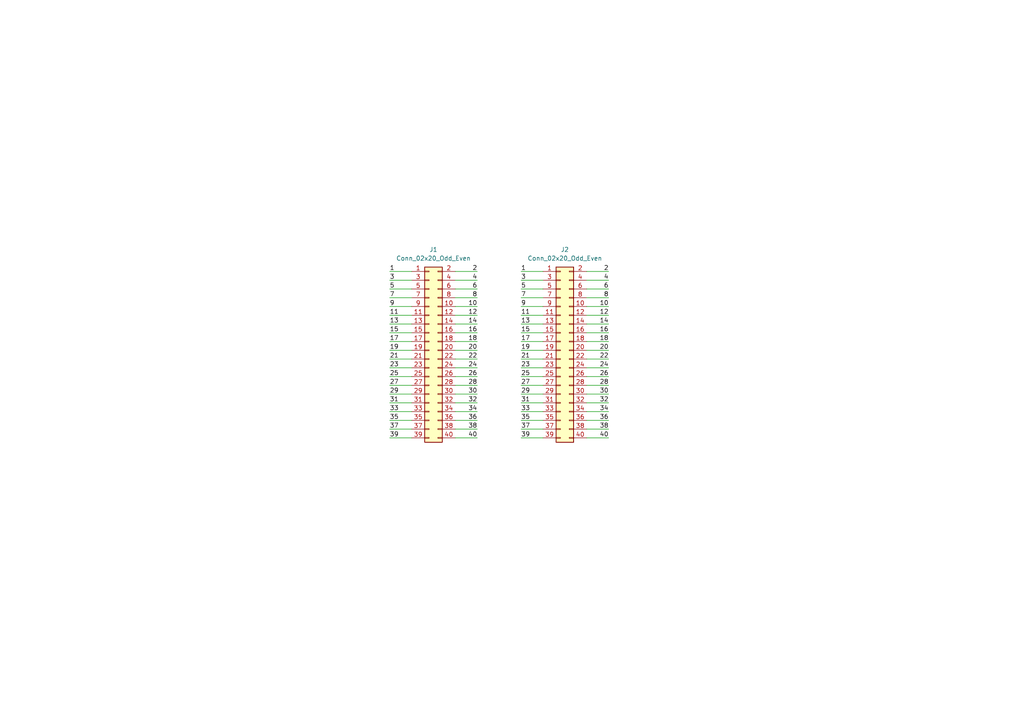
<source format=kicad_sch>
(kicad_sch (version 20230121) (generator eeschema)
  (paper "A4")
  (lib_symbols
    (symbol "Connector_Generic:Conn_02x20_Odd_Even" (pin_names (offset 1.016) hide)
      (property "Reference" "J" (at 1.27 25.4 0))
      (property "Value" "Conn_02x20_Odd_Even" (at 1.27 -27.94 0))
      (symbol "Conn_02x20_Odd_Even_1_1"
        (rectangle (start -1.27 -25.273) (end 0 -25.527) (stroke (width 0.1524)))
        (rectangle (start -1.27 -22.733) (end 0 -22.987) (stroke (width 0.1524)))
        (rectangle (start -1.27 -20.193) (end 0 -20.447) (stroke (width 0.1524)))
        (rectangle (start -1.27 -17.653) (end 0 -17.907) (stroke (width 0.1524)))
        (rectangle (start -1.27 -15.113) (end 0 -15.367) (stroke (width 0.1524)))
        (rectangle (start -1.27 -12.573) (end 0 -12.827) (stroke (width 0.1524)))
        (rectangle (start -1.27 -10.033) (end 0 -10.287) (stroke (width 0.1524)))
        (rectangle (start -1.27 -7.493) (end 0 -7.747) (stroke (width 0.1524)))
        (rectangle (start -1.27 -4.953) (end 0 -5.207) (stroke (width 0.1524)))
        (rectangle (start -1.27 -2.413) (end 0 -2.667) (stroke (width 0.1524)))
        (rectangle (start -1.27 0.127) (end 0 -0.127) (stroke (width 0.1524)))
        (rectangle (start -1.27 2.667) (end 0 2.413) (stroke (width 0.1524)))
        (rectangle (start -1.27 5.207) (end 0 4.953) (stroke (width 0.1524)))
        (rectangle (start -1.27 7.747) (end 0 7.493) (stroke (width 0.1524)))
        (rectangle (start -1.27 10.287) (end 0 10.033) (stroke (width 0.1524)))
        (rectangle (start -1.27 12.827) (end 0 12.573) (stroke (width 0.1524)))
        (rectangle (start -1.27 15.367) (end 0 15.113) (stroke (width 0.1524)))
        (rectangle (start -1.27 17.907) (end 0 17.653) (stroke (width 0.1524)))
        (rectangle (start -1.27 20.447) (end 0 20.193) (stroke (width 0.1524)))
        (rectangle (start -1.27 22.987) (end 0 22.733) (stroke (width 0.1524)))
        (rectangle (start -1.27 24.13) (end 3.81 -26.67) (stroke (width 0.254)) (fill (type background)))
        (rectangle (start 3.81 -25.273) (end 2.54 -25.527) (stroke (width 0.1524)))
        (rectangle (start 3.81 -22.733) (end 2.54 -22.987) (stroke (width 0.1524)))
        (rectangle (start 3.81 -20.193) (end 2.54 -20.447) (stroke (width 0.1524)))
        (rectangle (start 3.81 -17.653) (end 2.54 -17.907) (stroke (width 0.1524)))
        (rectangle (start 3.81 -15.113) (end 2.54 -15.367) (stroke (width 0.1524)))
        (rectangle (start 3.81 -12.573) (end 2.54 -12.827) (stroke (width 0.1524)))
        (rectangle (start 3.81 -10.033) (end 2.54 -10.287) (stroke (width 0.1524)))
        (rectangle (start 3.81 -7.493) (end 2.54 -7.747) (stroke (width 0.1524)))
        (rectangle (start 3.81 -4.953) (end 2.54 -5.207) (stroke (width 0.1524)))
        (rectangle (start 3.81 -2.413) (end 2.54 -2.667) (stroke (width 0.1524)))
        (rectangle (start 3.81 0.127) (end 2.54 -0.127) (stroke (width 0.1524)))
        (rectangle (start 3.81 2.667) (end 2.54 2.413) (stroke (width 0.1524)))
        (rectangle (start 3.81 5.207) (end 2.54 4.953) (stroke (width 0.1524)))
        (rectangle (start 3.81 7.747) (end 2.54 7.493) (stroke (width 0.1524)))
        (rectangle (start 3.81 10.287) (end 2.54 10.033) (stroke (width 0.1524)))
        (rectangle (start 3.81 12.827) (end 2.54 12.573) (stroke (width 0.1524)))
        (rectangle (start 3.81 15.367) (end 2.54 15.113) (stroke (width 0.1524)))
        (rectangle (start 3.81 17.907) (end 2.54 17.653) (stroke (width 0.1524)))
        (rectangle (start 3.81 20.447) (end 2.54 20.193) (stroke (width 0.1524)))
        (rectangle (start 3.81 22.987) (end 2.54 22.733) (stroke (width 0.1524)))
        (pin passive line (at -5.08 22.86 0) (length 3.81) (name "Pin_1") (number "1"))
        (pin passive line (at 7.62 12.7 180) (length 3.81) (name "Pin_10") (number "10"))
        (pin passive line (at -5.08 10.16 0) (length 3.81) (name "Pin_11") (number "11"))
        (pin passive line (at 7.62 10.16 180) (length 3.81) (name "Pin_12") (number "12"))
        (pin passive line (at -5.08 7.62 0) (length 3.81) (name "Pin_13") (number "13"))
        (pin passive line (at 7.62 7.62 180) (length 3.81) (name "Pin_14") (number "14"))
        (pin passive line (at -5.08 5.08 0) (length 3.81) (name "Pin_15") (number "15"))
        (pin passive line (at 7.62 5.08 180) (length 3.81) (name "Pin_16") (number "16"))
        (pin passive line (at -5.08 2.54 0) (length 3.81) (name "Pin_17") (number "17"))
        (pin passive line (at 7.62 2.54 180) (length 3.81) (name "Pin_18") (number "18"))
        (pin passive line (at -5.08 0 0) (length 3.81) (name "Pin_19") (number "19"))
        (pin passive line (at 7.62 22.86 180) (length 3.81) (name "Pin_2") (number "2"))
        (pin passive line (at 7.62 0 180) (length 3.81) (name "Pin_20") (number "20"))
        (pin passive line (at -5.08 -2.54 0) (length 3.81) (name "Pin_21") (number "21"))
        (pin passive line (at 7.62 -2.54 180) (length 3.81) (name "Pin_22") (number "22"))
        (pin passive line (at -5.08 -5.08 0) (length 3.81) (name "Pin_23") (number "23"))
        (pin passive line (at 7.62 -5.08 180) (length 3.81) (name "Pin_24") (number "24"))
        (pin passive line (at -5.08 -7.62 0) (length 3.81) (name "Pin_25") (number "25"))
        (pin passive line (at 7.62 -7.62 180) (length 3.81) (name "Pin_26") (number "26"))
        (pin passive line (at -5.08 -10.16 0) (length 3.81) (name "Pin_27") (number "27"))
        (pin passive line (at 7.62 -10.16 180) (length 3.81) (name "Pin_28") (number "28"))
        (pin passive line (at -5.08 -12.7 0) (length 3.81) (name "Pin_29") (number "29"))
        (pin passive line (at -5.08 20.32 0) (length 3.81) (name "Pin_3") (number "3"))
        (pin passive line (at 7.62 -12.7 180) (length 3.81) (name "Pin_30") (number "30"))
        (pin passive line (at -5.08 -15.24 0) (length 3.81) (name "Pin_31") (number "31"))
        (pin passive line (at 7.62 -15.24 180) (length 3.81) (name "Pin_32") (number "32"))
        (pin passive line (at -5.08 -17.78 0) (length 3.81) (name "Pin_33") (number "33"))
        (pin passive line (at 7.62 -17.78 180) (length 3.81) (name "Pin_34") (number "34"))
        (pin passive line (at -5.08 -20.32 0) (length 3.81) (name "Pin_35") (number "35"))
        (pin passive line (at 7.62 -20.32 180) (length 3.81) (name "Pin_36") (number "36"))
        (pin passive line (at -5.08 -22.86 0) (length 3.81) (name "Pin_37") (number "37"))
        (pin passive line (at 7.62 -22.86 180) (length 3.81) (name "Pin_38") (number "38"))
        (pin passive line (at -5.08 -25.4 0) (length 3.81) (name "Pin_39") (number "39"))
        (pin passive line (at 7.62 20.32 180) (length 3.81) (name "Pin_4") (number "4"))
        (pin passive line (at 7.62 -25.4 180) (length 3.81) (name "Pin_40") (number "40"))
        (pin passive line (at -5.08 17.78 0) (length 3.81) (name "Pin_5") (number "5"))
        (pin passive line (at 7.62 17.78 180) (length 3.81) (name "Pin_6") (number "6"))
        (pin passive line (at -5.08 15.24 0) (length 3.81) (name "Pin_7") (number "7"))
        (pin passive line (at 7.62 15.24 180) (length 3.81) (name "Pin_8") (number "8"))
        (pin passive line (at -5.08 12.7 0) (length 3.81) (name "Pin_9") (number "9"))
      )
    )
  )
  (wire (pts (xy 151.13 99.06) (xy 157.48 99.06)))
  (wire (pts (xy 151.13 121.92) (xy 157.48 121.92)))
  (wire (pts (xy 113.03 91.44) (xy 119.38 91.44)))
  (wire (pts (xy 151.13 111.76) (xy 157.48 111.76)))
  (wire (pts (xy 132.08 99.06) (xy 138.43 99.06)))
  (wire (pts (xy 132.08 119.38) (xy 138.43 119.38)))
  (wire (pts (xy 151.13 101.6) (xy 157.48 101.6)))
  (wire (pts (xy 170.18 116.84) (xy 176.53 116.84)))
  (wire (pts (xy 170.18 99.06) (xy 176.53 99.06)))
  (wire (pts (xy 113.03 99.06) (xy 119.38 99.06)))
  (wire (pts (xy 132.08 86.36) (xy 138.43 86.36)))
  (wire (pts (xy 170.18 93.98) (xy 176.53 93.98)))
  (wire (pts (xy 151.13 116.84) (xy 157.48 116.84)))
  (wire (pts (xy 113.03 96.52) (xy 119.38 96.52)))
  (wire (pts (xy 113.03 116.84) (xy 119.38 116.84)))
  (wire (pts (xy 132.08 114.3) (xy 138.43 114.3)))
  (wire (pts (xy 132.08 111.76) (xy 138.43 111.76)))
  (wire (pts (xy 170.18 106.68) (xy 176.53 106.68)))
  (wire (pts (xy 170.18 91.44) (xy 176.53 91.44)))
  (wire (pts (xy 151.13 96.52) (xy 157.48 96.52)))
  (wire (pts (xy 113.03 119.38) (xy 119.38 119.38)))
  (wire (pts (xy 151.13 78.74) (xy 157.48 78.74)))
  (wire (pts (xy 170.18 127) (xy 176.53 127)))
  (wire (pts (xy 170.18 88.9) (xy 176.53 88.9)))
  (wire (pts (xy 132.08 109.22) (xy 138.43 109.22)))
  (wire (pts (xy 151.13 114.3) (xy 157.48 114.3)))
  (wire (pts (xy 132.08 124.46) (xy 138.43 124.46)))
  (wire (pts (xy 170.18 109.22) (xy 176.53 109.22)))
  (wire (pts (xy 170.18 121.92) (xy 176.53 121.92)))
  (wire (pts (xy 151.13 127) (xy 157.48 127)))
  (wire (pts (xy 113.03 86.36) (xy 119.38 86.36)))
  (wire (pts (xy 132.08 83.82) (xy 138.43 83.82)))
  (wire (pts (xy 113.03 81.28) (xy 119.38 81.28)))
  (wire (pts (xy 113.03 111.76) (xy 119.38 111.76)))
  (wire (pts (xy 151.13 109.22) (xy 157.48 109.22)))
  (wire (pts (xy 151.13 88.9) (xy 157.48 88.9)))
  (wire (pts (xy 113.03 121.92) (xy 119.38 121.92)))
  (wire (pts (xy 113.03 106.68) (xy 119.38 106.68)))
  (wire (pts (xy 170.18 86.36) (xy 176.53 86.36)))
  (wire (pts (xy 170.18 78.74) (xy 176.53 78.74)))
  (wire (pts (xy 151.13 91.44) (xy 157.48 91.44)))
  (wire (pts (xy 132.08 78.74) (xy 138.43 78.74)))
  (wire (pts (xy 132.08 81.28) (xy 138.43 81.28)))
  (wire (pts (xy 170.18 111.76) (xy 176.53 111.76)))
  (wire (pts (xy 151.13 119.38) (xy 157.48 119.38)))
  (wire (pts (xy 151.13 83.82) (xy 157.48 83.82)))
  (wire (pts (xy 113.03 83.82) (xy 119.38 83.82)))
  (wire (pts (xy 170.18 101.6) (xy 176.53 101.6)))
  (wire (pts (xy 113.03 101.6) (xy 119.38 101.6)))
  (wire (pts (xy 113.03 127) (xy 119.38 127)))
  (wire (pts (xy 151.13 81.28) (xy 157.48 81.28)))
  (wire (pts (xy 151.13 106.68) (xy 157.48 106.68)))
  (wire (pts (xy 132.08 104.14) (xy 138.43 104.14)))
  (wire (pts (xy 170.18 119.38) (xy 176.53 119.38)))
  (wire (pts (xy 132.08 106.68) (xy 138.43 106.68)))
  (wire (pts (xy 170.18 104.14) (xy 176.53 104.14)))
  (wire (pts (xy 132.08 116.84) (xy 138.43 116.84)))
  (wire (pts (xy 113.03 124.46) (xy 119.38 124.46)))
  (wire (pts (xy 170.18 114.3) (xy 176.53 114.3)))
  (wire (pts (xy 132.08 101.6) (xy 138.43 101.6)))
  (wire (pts (xy 113.03 109.22) (xy 119.38 109.22)))
  (wire (pts (xy 132.08 121.92) (xy 138.43 121.92)))
  (wire (pts (xy 113.03 104.14) (xy 119.38 104.14)))
  (wire (pts (xy 170.18 96.52) (xy 176.53 96.52)))
  (wire (pts (xy 151.13 86.36) (xy 157.48 86.36)))
  (wire (pts (xy 151.13 124.46) (xy 157.48 124.46)))
  (wire (pts (xy 170.18 83.82) (xy 176.53 83.82)))
  (wire (pts (xy 170.18 124.46) (xy 176.53 124.46)))
  (wire (pts (xy 170.18 81.28) (xy 176.53 81.28)))
  (wire (pts (xy 132.08 96.52) (xy 138.43 96.52)))
  (wire (pts (xy 132.08 93.98) (xy 138.43 93.98)))
  (wire (pts (xy 113.03 78.74) (xy 119.38 78.74)))
  (wire (pts (xy 113.03 114.3) (xy 119.38 114.3)))
  (wire (pts (xy 132.08 127) (xy 138.43 127)))
  (wire (pts (xy 113.03 88.9) (xy 119.38 88.9)))
  (wire (pts (xy 113.03 93.98) (xy 119.38 93.98)))
  (wire (pts (xy 132.08 88.9) (xy 138.43 88.9)))
  (wire (pts (xy 151.13 93.98) (xy 157.48 93.98)))
  (wire (pts (xy 132.08 91.44) (xy 138.43 91.44)))
  (wire (pts (xy 151.13 104.14) (xy 157.48 104.14)))
  (label "12" (at 138.43 91.44 180))
  (label "28" (at 138.43 111.76 180))
  (label "38" (at 176.53 124.46 180))
  (label "10" (at 138.43 88.9 180))
  (label "37" (at 113.03 124.46 0))
  (label "23" (at 113.03 106.68 0))
  (label "30" (at 176.53 114.3 180))
  (label "35" (at 113.03 121.92 0))
  (label "28" (at 176.53 111.76 180))
  (label "26" (at 176.53 109.22 180))
  (label "35" (at 151.13 121.92 0))
  (label "36" (at 176.53 121.92 180))
  (label "10" (at 176.53 88.9 180))
  (label "17" (at 151.13 99.06 0))
  (label "26" (at 138.43 109.22 180))
  (label "39" (at 113.03 127 0))
  (label "14" (at 176.53 93.98 180))
  (label "31" (at 151.13 116.84 0))
  (label "29" (at 151.13 114.3 0))
  (label "30" (at 138.43 114.3 180))
  (label "25" (at 113.03 109.22 0))
  (label "23" (at 151.13 106.68 0))
  (label "12" (at 176.53 91.44 180))
  (label "27" (at 151.13 111.76 0))
  (label "21" (at 151.13 104.14 0))
  (label "33" (at 151.13 119.38 0))
  (label "9" (at 113.03 88.9 0))
  (label "5" (at 151.13 83.82 0))
  (label "24" (at 138.43 106.68 180))
  (label "16" (at 138.43 96.52 180))
  (label "4" (at 138.43 81.28 180))
  (label "37" (at 151.13 124.46 0))
  (label "16" (at 176.53 96.52 180))
  (label "1" (at 113.03 78.74 0))
  (label "33" (at 113.03 119.38 0))
  (label "13" (at 151.13 93.98 0))
  (label "13" (at 113.03 93.98 0))
  (label "24" (at 176.53 106.68 180))
  (label "8" (at 138.43 86.36 180))
  (label "18" (at 176.53 99.06 180))
  (label "27" (at 113.03 111.76 0))
  (label "25" (at 151.13 109.22 0))
  (label "7" (at 151.13 86.36 0))
  (label "17" (at 113.03 99.06 0))
  (label "3" (at 113.03 81.28 0))
  (label "1" (at 151.13 78.74 0))
  (label "5" (at 113.03 83.82 0))
  (label "4" (at 176.53 81.28 180))
  (label "21" (at 113.03 104.14 0))
  (label "14" (at 138.43 93.98 180))
  (label "19" (at 113.03 101.6 0))
  (label "11" (at 113.03 91.44 0))
  (label "40" (at 176.53 127 180))
  (label "18" (at 138.43 99.06 180))
  (label "3" (at 151.13 81.28 0))
  (label "40" (at 138.43 127 180))
  (label "34" (at 176.53 119.38 180))
  (label "15" (at 151.13 96.52 0))
  (label "22" (at 176.53 104.14 180))
  (label "15" (at 113.03 96.52 0))
  (label "39" (at 151.13 127 0))
  (label "6" (at 176.53 83.82 180))
  (label "20" (at 138.43 101.6 180))
  (label "8" (at 176.53 86.36 180))
  (label "36" (at 138.43 121.92 180))
  (label "34" (at 138.43 119.38 180))
  (label "20" (at 176.53 101.6 180))
  (label "32" (at 176.53 116.84 180))
  (label "6" (at 138.43 83.82 180))
  (label "19" (at 151.13 101.6 0))
  (label "32" (at 138.43 116.84 180))
  (label "22" (at 138.43 104.14 180))
  (label "29" (at 113.03 114.3 0))
  (label "38" (at 138.43 124.46 180))
  (label "2" (at 176.53 78.74 180))
  (label "2" (at 138.43 78.74 180))
  (label "11" (at 151.13 91.44 0))
  (label "31" (at 113.03 116.84 0))
  (label "9" (at 151.13 88.9 0))
  (label "7" (at 113.03 86.36 0))
  (symbol (lib_id "Connector_Generic:Conn_02x20_Odd_Even") (at 162.56 101.6 0) (unit 1)
    (property "Reference" "J2" (at 163.83 72.39 0))
    (property "Value" "Conn_02x20_Odd_Even" (at 163.83 74.93 0))
    (property "Footprint" "custom_parts:AXK5F40" (effects hide))
  )
  (symbol (lib_id "Connector_Generic:Conn_02x20_Odd_Even") (at 124.46 101.6 0) (unit 1)
    (property "Reference" "J1" (at 125.73 72.39 0))
    (property "Value" "Conn_02x20_Odd_Even" (at 125.73 74.93 0))
    (property "Footprint" "Connector_PinHeader_2.54mm:PinHeader_2x20_P2.54mm_Vertical" (effects hide))
  )
)
</source>
